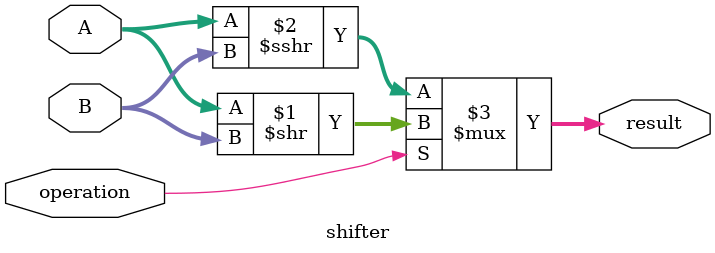
<source format=v>
/*
	Authored 2018-2019, Ryan Voo.

	All rights reserved.
	Redistribution and use in source and binary forms, with or without
	modification, are permitted provided that the following conditions
	are met:

	*	Redistributions of source code must retain the above
		copyright notice, this list of conditions and the following
		disclaimer.

	*	Redistributions in binary form must reproduce the above
		copyright notice, this list of conditions and the following
		disclaimer in the documentation and/or other materials
		provided with the distribution.

	*	Neither the name of the author nor the names of its
		contributors may be used to endorse or promote products
		derived from this software without specific prior written
		permission.

	THIS SOFTWARE IS PROVIDED BY THE COPYRIGHT HOLDERS AND CONTRIBUTORS
	"AS IS" AND ANY EXPRESS OR IMPLIED WARRANTIES, INCLUDING, BUT NOT
	LIMITED TO, THE IMPLIED WARRANTIES OF MERCHANTABILITY AND FITNESS
	FOR A PARTICULAR PURPOSE ARE DISCLAIMED. IN NO EVENT SHALL THE
	COPYRIGHT OWNER OR CONTRIBUTORS BE LIABLE FOR ANY DIRECT, INDIRECT,
	INCIDENTAL, SPECIAL, EXEMPLARY, OR CONSEQUENTIAL DAMAGES (INCLUDING,
	BUT NOT LIMITED TO, PROCUREMENT OF SUBSTITUTE GOODS OR SERVICES;
	LOSS OF USE, DATA, OR PROFITS; OR BUSINESS INTERRUPTION) HOWEVER
	CAUSED AND ON ANY THEORY OF LIABILITY, WHETHER IN CONTRACT, STRICT
	LIABILITY, OR TORT (INCLUDING NEGLIGENCE OR OTHERWISE) ARISING IN
	ANY WAY OUT OF THE USE OF THIS SOFTWARE, EVEN IF ADVISED OF THE
	POSSIBILITY OF SUCH DAMAGE.
*/



/*
 *	Description:
 *
 *		This module implements the shift operations.
 */

module shifter(result, A, B, operation);
	output [31:0]	result;
	input [31:0]	A;
	input [4:0]	B;
	input 		operation;

	assign result = operation ? A >> B : A >>> B;
endmodule


</source>
